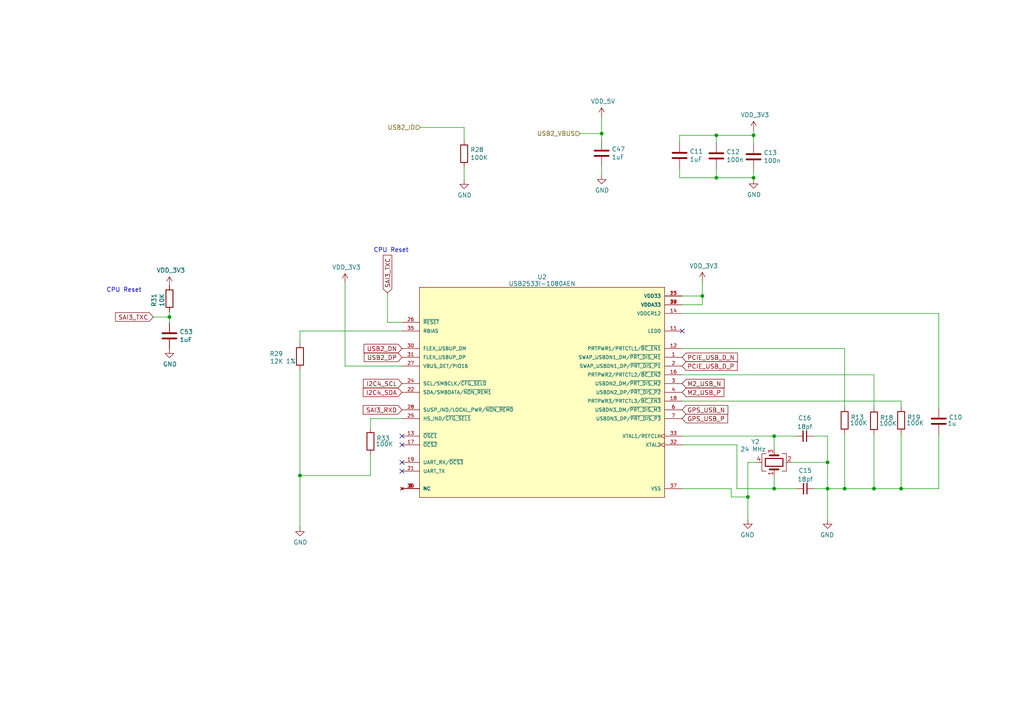
<source format=kicad_sch>
(kicad_sch (version 20230121) (generator eeschema)
  (paper "A4")
  (lib_symbols
    (symbol "Device:C" (pin_numbers hide) (pin_names (offset 0.254))
      (property "Reference" "C" (at 0.635 2.54 0))
      (property "Value" "C" (at 0.635 -2.54 0))
      (symbol "C_0_1"
        (polyline (pts (xy -2.032 -0.762) (xy 2.032 -0.762)) (stroke (width 0.508)))
        (polyline (pts (xy -2.032 0.762) (xy 2.032 0.762)) (stroke (width 0.508)))
      )
      (symbol "C_1_1"
        (pin passive line (at 0 3.81 270) (length 2.794) (name "~") (number "1"))
        (pin passive line (at 0 -3.81 90) (length 2.794) (name "~") (number "2"))
      )
    )
    (symbol "Device:C_Small" (pin_numbers hide) (pin_names (offset 0.254) hide)
      (property "Reference" "C" (at 0.254 1.778 0))
      (property "Value" "C_Small" (at 0.254 -2.032 0))
      (symbol "C_Small_0_1"
        (polyline (pts (xy -1.524 -0.508) (xy 1.524 -0.508)) (stroke (width 0.3302)))
        (polyline (pts (xy -1.524 0.508) (xy 1.524 0.508)) (stroke (width 0.3048)))
      )
      (symbol "C_Small_1_1"
        (pin passive line (at 0 2.54 270) (length 2.032) (name "~") (number "1"))
        (pin passive line (at 0 -2.54 90) (length 2.032) (name "~") (number "2"))
      )
    )
    (symbol "Device:Crystal_GND24" (pin_names (offset 1.016) hide)
      (property "Reference" "Y" (at 3.175 5.08 0))
      (property "Value" "Crystal_GND24" (at 3.175 3.175 0))
      (symbol "Crystal_GND24_0_1"
        (rectangle (start -1.143 2.54) (end 1.143 -2.54) (stroke (width 0.3048)))
        (polyline (pts (xy -2.54 0) (xy -2.032 0)))
        (polyline (pts (xy -2.032 -1.27) (xy -2.032 1.27)) (stroke (width 0.508)))
        (polyline (pts (xy 0 -3.81) (xy 0 -3.556)))
        (polyline (pts (xy 0 3.556) (xy 0 3.81)))
        (polyline (pts (xy 2.032 -1.27) (xy 2.032 1.27)) (stroke (width 0.508)))
        (polyline (pts (xy 2.032 0) (xy 2.54 0)))
        (polyline (pts (xy -2.54 -2.286) (xy -2.54 -3.556) (xy 2.54 -3.556) (xy 2.54 -2.286)))
        (polyline (pts (xy -2.54 2.286) (xy -2.54 3.556) (xy 2.54 3.556) (xy 2.54 2.286)))
      )
      (symbol "Crystal_GND24_1_1"
        (pin passive line (at -3.81 0 0) (length 1.27) (name "1") (number "1"))
        (pin passive line (at 0 5.08 270) (length 1.27) (name "2") (number "2"))
        (pin passive line (at 3.81 0 180) (length 1.27) (name "3") (number "3"))
        (pin passive line (at 0 -5.08 90) (length 1.27) (name "4") (number "4"))
      )
    )
    (symbol "Device:R" (pin_numbers hide) (pin_names (offset 0))
      (property "Reference" "R" (at 2.032 0 90))
      (property "Value" "R" (at 0 0 90))
      (symbol "R_0_1"
        (rectangle (start -1.016 -2.54) (end 1.016 2.54) (stroke (width 0.254)))
      )
      (symbol "R_1_1"
        (pin passive line (at 0 3.81 270) (length 1.27) (name "~") (number "1"))
        (pin passive line (at 0 -3.81 90) (length 1.27) (name "~") (number "2"))
      )
    )
    (symbol "New_Library:USB2533I-1080AEN_1" (pin_names (offset 1.016))
      (property "Reference" "U1" (at 0 33.4391 0))
      (property "Value" "USB2533I-1080AEN" (at 0 31.5181 0))
      (symbol "USB2533I-1080AEN_1_0_0"
        (rectangle (start -35.56 -30.48) (end 35.56 30.48) (stroke (width 0.1524)) (fill (type background)))
        (pin bidirectional line (at 40.64 10.16 180) (length 5.08) (name "SWAP_USBDN1_DM/~{PRT_DIS_M1}") (number "1"))
        (pin power_in line (at 40.64 25.4 180) (length 5.08) (name "VDDA33") (number "10"))
        (pin output line (at 40.64 17.78 180) (length 5.08) (name "LED0") (number "11"))
        (pin bidirectional line (at 40.64 12.7 180) (length 5.08) (name "PRTPWR1/PRTCTL1/~{BC_EN1}") (number "12"))
        (pin input line (at -40.64 -12.7 0) (length 5.08) (name "~{OSC1}") (number "13"))
        (pin power_in line (at 40.64 22.86 180) (length 5.08) (name "VDDCR12") (number "14"))
        (pin power_in line (at 40.64 27.94 180) (length 5.08) (name "VDD33") (number "15"))
        (pin bidirectional line (at 40.64 5.08 180) (length 5.08) (name "PRTPWR2/PRTCTL2/~{BC_EN2}") (number "16"))
        (pin input line (at -40.64 -15.24 0) (length 5.08) (name "~{OCS2}") (number "17"))
        (pin bidirectional line (at 40.64 -2.54 180) (length 5.08) (name "PRTPWR3/PRTCTL3/~{BC_EN3}") (number "18"))
        (pin input line (at -40.64 -20.32 0) (length 5.08) (name "UART_RX/~{OCS3}") (number "19"))
        (pin bidirectional line (at 40.64 7.62 180) (length 5.08) (name "SWAP_USBDN1_DP/~{PRT_DIS_P1}") (number "2"))
        (pin no_connect line (at -40.64 -27.94 0) (length 5.08) (name "NC") (number "20"))
        (pin output line (at -40.64 -22.86 0) (length 5.08) (name "UART_TX") (number "21"))
        (pin bidirectional line (at -40.64 0 0) (length 5.08) (name "SDA/SMBDATA/~{NON_REM1}") (number "22"))
        (pin power_in line (at 40.64 27.94 180) (length 5.08) (name "VDD33") (number "23"))
        (pin input line (at -40.64 2.54 0) (length 5.08) (name "SCL/SMBCLK/~{CFG_SEL0}") (number "24"))
        (pin bidirectional line (at -40.64 -7.62 0) (length 5.08) (name "HS_IND/~{CFG_SEL1}") (number "25"))
        (pin input line (at -40.64 20.32 0) (length 5.08) (name "~{RESET}") (number "26"))
        (pin bidirectional line (at -40.64 7.62 0) (length 5.08) (name "VBUS_DET/PIO16") (number "27"))
        (pin bidirectional line (at -40.64 -5.08 0) (length 5.08) (name "SUSP_IND/LOCAL_PWR/~{NON_REM0}") (number "28"))
        (pin power_in line (at 40.64 25.4 180) (length 5.08) (name "VDDA33") (number "29"))
        (pin bidirectional line (at 40.64 2.54 180) (length 5.08) (name "USBDN2_DM/~{PRT_DIS_M2}") (number "3"))
        (pin bidirectional line (at -40.64 12.7 0) (length 5.08) (name "FLEX_USBUP_DM") (number "30"))
        (pin bidirectional line (at -40.64 10.16 0) (length 5.08) (name "FLEX_USBUP_DP") (number "31"))
        (pin output clock (at 40.64 -15.24 180) (length 5.08) (name "XTAL2") (number "32"))
        (pin input clock (at 40.64 -12.7 180) (length 5.08) (name "XTAL1/REFCLK") (number "33"))
        (pin no_connect line (at -40.64 -27.94 0) (length 5.08) (name "NC") (number "34"))
        (pin input line (at -40.64 17.78 0) (length 5.08) (name "RBIAS") (number "35"))
        (pin power_in line (at 40.64 25.4 180) (length 5.08) (name "VDDA33") (number "36"))
        (pin power_in line (at 40.64 -27.94 180) (length 5.08) (name "VSS") (number "37"))
        (pin bidirectional line (at 40.64 0 180) (length 5.08) (name "USBDN2_DP/~{PRT_DIS_P2}") (number "4"))
        (pin no_connect line (at -40.64 -27.94 0) (length 5.08) (name "NC") (number "5"))
        (pin bidirectional line (at 40.64 -5.08 180) (length 5.08) (name "USBDN3_DM/~{PRT_DIS_M3}") (number "6"))
        (pin bidirectional line (at 40.64 -7.62 180) (length 5.08) (name "USBDN3_DP/~{PRT_DIS_P3}") (number "7"))
        (pin no_connect line (at -40.64 -27.94 0) (length 5.08) (name "NC") (number "8"))
        (pin no_connect line (at -40.64 -27.94 0) (length 5.08) (name "NC") (number "9"))
      )
    )
    (symbol "kimchi_ulid:VDD_3V3" (power) (pin_names (offset 0))
      (property "Value" "VDD_3V3" (at 0 3.556 0))
      (symbol "VDD_3V3_0_1"
        (polyline (pts (xy -0.762 1.27) (xy 0 2.54)))
        (polyline (pts (xy 0 0) (xy 0 2.54)))
        (polyline (pts (xy 0 2.54) (xy 0.762 1.27)))
      )
      (symbol "VDD_3V3_1_1"
        (pin power_in line (at 0 0 90) (length 0) hide (name "VDD_3V3") (number "1"))
      )
    )
    (symbol "kimchi_ulid:VDD_5V" (power) (pin_names (offset 0))
      (property "Value" "VDD_5V" (at 0 3.556 0))
      (symbol "VDD_5V_0_1"
        (polyline (pts (xy -0.762 1.27) (xy 0 2.54)))
        (polyline (pts (xy 0 0) (xy 0 2.54)))
        (polyline (pts (xy 0 2.54) (xy 0.762 1.27)))
      )
      (symbol "VDD_5V_1_1"
        (pin power_in line (at 0 0 90) (length 0) hide (name "VDD_5V") (number "1"))
      )
    )
    (symbol "power:GND" (power) (pin_names (offset 0))
      (property "Value" "GND" (at 0 -3.81 0))
      (symbol "GND_0_1"
        (polyline (pts (xy 0 0) (xy 0 -1.27) (xy 1.27 -1.27) (xy 0 -2.54) (xy -1.27 -1.27) (xy 0 -1.27)))
      )
      (symbol "GND_1_1"
        (pin power_in line (at 0 0 270) (length 0) hide (name "GND") (number "1"))
      )
    )
  )
  (junction (at 224.536 141.732))
  (junction (at 253.492 141.732))
  (junction (at 86.995 137.922))
  (junction (at 240.03 141.732))
  (junction (at 240.03 134.112))
  (junction (at 49.149 91.948))
  (junction (at 244.983 141.732))
  (junction (at 261.366 141.732))
  (junction (at 224.536 126.492))
  (junction (at 207.772 51.562))
  (junction (at 207.772 39.243))
  (junction (at 218.567 51.562))
  (junction (at 203.708 85.852))
  (junction (at 218.567 39.243))
  (junction (at 174.498 38.735))
  (junction (at 216.916 144.145))
  (no_connect (at 197.866 96.012))
  (no_connect (at 116.586 126.492))
  (no_connect (at 116.586 129.032))
  (no_connect (at 116.586 136.652))
  (no_connect (at 116.586 134.112))
  (wire (pts (xy 197.866 141.732) (xy 212.09 141.732)))
  (wire (pts (xy 224.536 137.922) (xy 224.536 141.732)))
  (wire (pts (xy 207.772 49.022) (xy 207.772 51.562)))
  (wire (pts (xy 107.442 121.412) (xy 107.442 124.206)))
  (wire (pts (xy 261.366 125.73) (xy 261.366 141.732)))
  (wire (pts (xy 244.983 101.092) (xy 244.983 118.11)))
  (wire (pts (xy 86.995 137.922) (xy 107.442 137.922)))
  (wire (pts (xy 216.916 134.112) (xy 219.456 134.112)))
  (wire (pts (xy 253.492 141.732) (xy 244.983 141.732)))
  (wire (pts (xy 213.741 141.732) (xy 224.536 141.732)))
  (wire (pts (xy 244.983 141.732) (xy 240.03 141.732)))
  (wire (pts (xy 203.708 88.392) (xy 203.708 85.852)))
  (wire (pts (xy 213.741 129.032) (xy 213.741 141.732)))
  (wire (pts (xy 168.275 38.735) (xy 174.498 38.735)))
  (wire (pts (xy 197.866 88.392) (xy 203.708 88.392)))
  (wire (pts (xy 86.995 96.012) (xy 86.995 99.568)))
  (wire (pts (xy 112.395 93.472) (xy 116.586 93.472)))
  (wire (pts (xy 174.498 38.735) (xy 174.498 40.64)))
  (wire (pts (xy 218.567 37.719) (xy 218.567 39.243)))
  (wire (pts (xy 240.03 134.112) (xy 240.03 141.732)))
  (wire (pts (xy 216.916 134.112) (xy 216.916 144.145)))
  (wire (pts (xy 212.09 141.732) (xy 212.09 144.145)))
  (wire (pts (xy 100.076 81.915) (xy 100.076 106.172)))
  (wire (pts (xy 240.03 141.732) (xy 236.093 141.732)))
  (wire (pts (xy 240.03 141.732) (xy 240.03 150.749)))
  (wire (pts (xy 224.536 126.492) (xy 197.866 126.492)))
  (wire (pts (xy 235.966 126.492) (xy 240.03 126.492)))
  (wire (pts (xy 261.366 116.332) (xy 261.366 118.11)))
  (wire (pts (xy 86.995 107.188) (xy 86.995 137.922)))
  (wire (pts (xy 134.62 36.957) (xy 121.92 36.957)))
  (wire (pts (xy 261.366 141.732) (xy 253.492 141.732)))
  (wire (pts (xy 134.62 48.387) (xy 134.62 52.197)))
  (wire (pts (xy 218.567 51.562) (xy 218.567 52.07)))
  (wire (pts (xy 86.995 137.922) (xy 86.995 152.908)))
  (wire (pts (xy 240.03 126.492) (xy 240.03 134.112)))
  (wire (pts (xy 134.62 40.767) (xy 134.62 36.957)))
  (wire (pts (xy 197.866 116.332) (xy 261.366 116.332)))
  (wire (pts (xy 174.498 33.782) (xy 174.498 38.735)))
  (wire (pts (xy 49.149 90.424) (xy 49.149 91.948)))
  (wire (pts (xy 218.567 49.276) (xy 218.567 51.562)))
  (wire (pts (xy 174.498 50.8) (xy 174.498 48.26)))
  (wire (pts (xy 197.104 39.243) (xy 207.772 39.243)))
  (wire (pts (xy 272.288 141.732) (xy 261.366 141.732)))
  (wire (pts (xy 197.104 51.562) (xy 207.772 51.562)))
  (wire (pts (xy 218.567 39.243) (xy 218.567 41.656)))
  (wire (pts (xy 197.104 48.895) (xy 197.104 51.562)))
  (wire (pts (xy 49.149 91.948) (xy 49.149 93.599)))
  (wire (pts (xy 112.395 84.963) (xy 112.395 93.472)))
  (wire (pts (xy 212.09 144.145) (xy 216.916 144.145)))
  (wire (pts (xy 253.492 125.857) (xy 253.492 141.732)))
  (wire (pts (xy 197.866 85.852) (xy 203.708 85.852)))
  (wire (pts (xy 197.866 129.032) (xy 213.741 129.032)))
  (wire (pts (xy 107.442 121.412) (xy 116.586 121.412)))
  (wire (pts (xy 240.03 134.112) (xy 229.616 134.112)))
  (wire (pts (xy 216.916 144.145) (xy 216.916 150.749)))
  (wire (pts (xy 224.536 141.732) (xy 231.013 141.732)))
  (wire (pts (xy 207.772 51.562) (xy 218.567 51.562)))
  (wire (pts (xy 203.708 85.852) (xy 203.708 81.534)))
  (wire (pts (xy 197.866 101.092) (xy 244.983 101.092)))
  (wire (pts (xy 44.45 91.948) (xy 49.149 91.948)))
  (wire (pts (xy 230.886 126.492) (xy 224.536 126.492)))
  (wire (pts (xy 197.104 41.275) (xy 197.104 39.243)))
  (wire (pts (xy 86.995 96.012) (xy 116.586 96.012)))
  (wire (pts (xy 224.536 126.492) (xy 224.536 130.302)))
  (wire (pts (xy 207.772 39.243) (xy 207.772 41.402)))
  (wire (pts (xy 197.866 108.712) (xy 253.492 108.712)))
  (wire (pts (xy 100.076 106.172) (xy 116.586 106.172)))
  (wire (pts (xy 272.288 125.984) (xy 272.288 141.732)))
  (wire (pts (xy 107.442 131.826) (xy 107.442 137.922)))
  (wire (pts (xy 207.772 39.243) (xy 218.567 39.243)))
  (wire (pts (xy 244.983 125.73) (xy 244.983 141.732)))
  (wire (pts (xy 197.866 90.932) (xy 272.288 90.932)))
  (wire (pts (xy 253.492 108.712) (xy 253.492 118.237)))
  (wire (pts (xy 272.288 90.932) (xy 272.288 118.364)))
  (text "CPU Reset" (at 30.861 84.963 0) (effects (font (size 1.27 1.27)) (justify left bottom)))
  (text "CPU Reset" (at 108.331 73.406 0) (effects (font (size 1.27 1.27)) (justify left bottom)))
  (global_label "PCIE_USB_D_P" (shape input) (at 197.866 106.172 0) (property "Intersheetrefs" "${INTERSHEET_REFS}" (effects hide)))
  (global_label "M2_USB_P" (shape input) (at 197.866 113.792 0) (property "Intersheetrefs" "${INTERSHEET_REFS}" (effects hide)))
  (global_label "I2C4_SDA" (shape input) (at 116.586 113.792 180) (property "Intersheetrefs" "${INTERSHEET_REFS}" (effects hide)))
  (global_label "GPS_USB_N" (shape input) (at 197.866 118.872 0) (property "Intersheetrefs" "${INTERSHEET_REFS}" (effects hide)))
  (global_label "SAI3_TXC" (shape input) (at 112.395 84.963 90) (property "Intersheetrefs" "${INTERSHEET_REFS}" (effects hide)))
  (global_label "USB2_DP" (shape input) (at 116.586 103.632 180) (property "Intersheetrefs" "${INTERSHEET_REFS}" (effects hide)))
  (global_label "PCIE_USB_D_N" (shape input) (at 197.866 103.632 0) (property "Intersheetrefs" "${INTERSHEET_REFS}" (effects hide)))
  (global_label "I2C4_SCL" (shape input) (at 116.586 111.252 180) (property "Intersheetrefs" "${INTERSHEET_REFS}" (effects hide)))
  (global_label "GPS_USB_P" (shape input) (at 197.866 121.412 0) (property "Intersheetrefs" "${INTERSHEET_REFS}" (effects hide)))
  (global_label "M2_USB_N" (shape input) (at 197.866 111.252 0) (property "Intersheetrefs" "${INTERSHEET_REFS}" (effects hide)))
  (global_label "SAI3_TXC" (shape input) (at 44.45 91.948 180) (property "Intersheetrefs" "${INTERSHEET_REFS}" (effects hide)))
  (global_label "SAI3_RXD" (shape input) (at 116.586 118.872 180) (property "Intersheetrefs" "${INTERSHEET_REFS}" (effects hide)))
  (global_label "USB2_DN" (shape input) (at 116.586 101.092 180) (property "Intersheetrefs" "${INTERSHEET_REFS}" (effects hide)))
  (hierarchical_label "USB2_VBUS" (shape input) (at 168.275 38.735 180))
  (hierarchical_label "USB2_ID" (shape input) (at 121.92 36.957 180))
  (symbol (lib_id "Device:R") (at 107.442 128.016 180) (unit 1)
    (property "Reference" "R33" (at 111.125 127.127 0))
    (property "Value" "100K" (at 111.506 128.778 0))
    (property "Footprint" "Resistor_SMD:R_0402_1005Metric" (effects hide))
    (property "Vendorpart" "311-100KLRCT-ND" (effects hide))
    (property "Mfgr" "Yageo" (effects hide))
    (property "Mfgrpart" "RC0402FR-07100KL" (effects hide))
  )
  (symbol (lib_id "power:GND") (at 240.03 150.749 0) (mirror y) (unit 1)
    (property "Reference" "#PWR0103" (effects hide))
    (property "Value" "GND" (at 239.903 155.1432 0))
  )
  (symbol (lib_id "Device:R") (at 261.366 121.92 180) (unit 1)
    (property "Reference" "R19" (at 265.049 121.031 0))
    (property "Value" "100K" (at 265.43 122.682 0))
    (property "Footprint" "Resistor_SMD:R_0402_1005Metric" (effects hide))
    (property "Vendorpart" "311-100KLRCT-ND" (effects hide))
    (property "Mfgr" "Yageo" (effects hide))
    (property "Mfgrpart" "RC0402FR-07100KL" (effects hide))
  )
  (symbol (lib_id "Device:Crystal_GND24") (at 224.536 134.112 270) (mirror x) (unit 1)
    (property "Reference" "Y2" (at 219.075 128.143 90))
    (property "Value" "24 MHz" (at 218.44 130.302 90))
    (property "Footprint" "Crystal:Crystal_SMD_2016-4Pin_2.0x1.6mm" (effects hide))
  )
  (symbol (lib_id "Device:C") (at 174.498 44.45 0) (unit 1)
    (property "Reference" "C47" (at 177.419 43.2816 0) (effects (justify left)))
    (property "Value" "1uF" (at 177.419 45.593 0) (effects (justify left)))
    (property "Footprint" "Capacitor_SMD:C_0402_1005Metric" (effects hide))
    (property "Vendorpart" "490-12699-1-ND" (effects hide))
    (property "Mfgr" "Murata" (effects hide))
    (property "Mfgrpart" "GRM155C81A105KA12D" (effects hide))
  )
  (symbol (lib_id "Device:C") (at 49.149 97.409 180) (unit 1)
    (property "Reference" "C53" (at 52.07 96.2406 0) (effects (justify right)))
    (property "Value" "1uF" (at 52.07 98.552 0) (effects (justify right)))
    (property "Footprint" "Capacitor_SMD:C_0402_1005Metric" (effects hide))
    (property "Vendorpart" "490-13341-1-ND" (effects hide))
    (property "Mfgr" "Murata" (effects hide))
    (property "Mfgrpart" "GRM155R71E104ME14D" (effects hide))
  )
  (symbol (lib_id "kimchi_ulid:VDD_3V3") (at 49.149 82.804 0) (unit 1)
    (property "Reference" "#PWR089" (effects hide))
    (property "Value" "VDD_3V3" (at 49.53 78.4098 0))
  )
  (symbol (lib_id "power:GND") (at 174.498 50.8 0) (unit 1)
    (property "Reference" "#PWR0114" (effects hide))
    (property "Value" "GND" (at 174.625 55.1942 0))
  )
  (symbol (lib_id "power:GND") (at 49.149 101.219 0) (unit 1)
    (property "Reference" "#PWR086" (effects hide))
    (property "Value" "GND" (at 49.276 105.6132 0))
  )
  (symbol (lib_id "kimchi_ulid:VDD_5V") (at 174.498 33.782 0) (unit 1)
    (property "Reference" "#PWR0112" (effects hide))
    (property "Value" "VDD_5V" (at 174.879 29.3878 0))
  )
  (symbol (lib_id "Device:C") (at 207.772 45.212 0) (unit 1)
    (property "Reference" "C12" (at 210.693 44.0436 0) (effects (justify left)))
    (property "Value" "100n" (at 210.693 46.355 0) (effects (justify left)))
    (property "Footprint" "Capacitor_SMD:C_0402_1005Metric" (effects hide))
    (property "Vendorpart" "490-12699-1-ND" (effects hide))
    (property "Mfgr" "Murata" (effects hide))
    (property "Mfgrpart" "GRM155C81A105KA12D" (effects hide))
  )
  (symbol (lib_id "power:GND") (at 86.995 152.908 0) (unit 1)
    (property "Reference" "#PWR044" (effects hide))
    (property "Value" "GND" (at 87.122 157.3022 0))
  )
  (symbol (lib_id "power:GND") (at 134.62 52.197 0) (unit 1)
    (property "Reference" "#PWR0113" (effects hide))
    (property "Value" "GND" (at 134.747 56.5912 0))
  )
  (symbol (lib_id "kimchi_ulid:VDD_3V3") (at 100.076 81.915 0) (unit 1)
    (property "Reference" "#PWR0115" (effects hide))
    (property "Value" "VDD_3V3" (at 100.457 77.5208 0))
  )
  (symbol (lib_id "Device:C_Small") (at 233.426 126.492 270) (mirror x) (unit 1)
    (property "Reference" "C16" (at 233.4197 121.2301 90))
    (property "Value" "18pf" (at 233.4197 123.767 90))
    (property "Footprint" "Capacitor_SMD:C_0402_1005Metric" (effects hide))
  )
  (symbol (lib_id "power:GND") (at 218.567 52.07 0) (unit 1)
    (property "Reference" "#PWR042" (effects hide))
    (property "Value" "GND" (at 218.694 56.4642 0))
  )
  (symbol (lib_id "Device:C") (at 272.288 122.174 180) (unit 1)
    (property "Reference" "C10" (at 275.209 121.031 0) (effects (justify right)))
    (property "Value" "1u" (at 274.828 122.809 0) (effects (justify right)))
    (property "Footprint" "Capacitor_SMD:C_0402_1005Metric" (effects hide))
    (property "Vendorpart" "490-13341-1-ND" (effects hide))
    (property "Mfgr" "Murata" (effects hide))
    (property "Mfgrpart" "GRM155R71E104ME14D" (effects hide))
  )
  (symbol (lib_id "Device:C") (at 218.567 45.466 0) (unit 1)
    (property "Reference" "C13" (at 221.488 44.2976 0) (effects (justify left)))
    (property "Value" "100n" (at 221.488 46.609 0) (effects (justify left)))
    (property "Footprint" "Capacitor_SMD:C_0402_1005Metric" (effects hide))
    (property "Vendorpart" "490-12699-1-ND" (effects hide))
    (property "Mfgr" "Murata" (effects hide))
    (property "Mfgrpart" "GRM155C81A105KA12D" (effects hide))
  )
  (symbol (lib_id "Device:R") (at 49.149 86.614 0) (unit 1)
    (property "Reference" "R31" (at 44.6786 85.09 90) (effects (justify right)))
    (property "Value" "10K" (at 46.99 85.09 90) (effects (justify right)))
    (property "Footprint" "Resistor_SMD:R_0402_1005Metric" (effects hide))
    (property "Vendorpart" "311-100KLRCT-ND" (effects hide))
    (property "Mfgr" "Yageo" (effects hide))
    (property "Mfgrpart" "RC0402FR-07100KL" (effects hide))
  )
  (symbol (lib_id "Device:R") (at 134.62 44.577 180) (unit 1)
    (property "Reference" "R28" (at 136.398 43.4086 0) (effects (justify right)))
    (property "Value" "100K" (at 136.398 45.72 0) (effects (justify right)))
    (property "Footprint" "Resistor_SMD:R_0402_1005Metric" (effects hide))
    (property "Vendorpart" "311-100KLRCT-ND" (effects hide))
    (property "Mfgr" "Yageo" (effects hide))
    (property "Mfgrpart" "RC0402FR-07100KL" (effects hide))
  )
  (symbol (lib_id "power:GND") (at 216.916 150.749 0) (mirror y) (unit 1)
    (property "Reference" "#PWR0102" (effects hide))
    (property "Value" "GND" (at 216.789 155.1432 0))
  )
  (symbol (lib_id "kimchi_ulid:VDD_3V3") (at 203.708 81.534 0) (unit 1)
    (property "Reference" "#PWR041" (effects hide))
    (property "Value" "VDD_3V3" (at 204.089 77.1398 0))
  )
  (symbol (lib_id "Device:R") (at 244.983 121.92 180) (unit 1)
    (property "Reference" "R13" (at 248.666 121.031 0))
    (property "Value" "100K" (at 249.047 122.682 0))
    (property "Footprint" "Resistor_SMD:R_0402_1005Metric" (effects hide))
    (property "Vendorpart" "311-100KLRCT-ND" (effects hide))
    (property "Mfgr" "Yageo" (effects hide))
    (property "Mfgrpart" "RC0402FR-07100KL" (effects hide))
  )
  (symbol (lib_id "Device:C_Small") (at 233.553 141.732 270) (mirror x) (unit 1)
    (property "Reference" "C15" (at 233.5467 136.4701 90))
    (property "Value" "18pf" (at 233.5467 139.007 90))
    (property "Footprint" "Capacitor_SMD:C_0402_1005Metric" (effects hide))
  )
  (symbol (lib_id "kimchi_ulid:VDD_3V3") (at 218.567 37.719 0) (unit 1)
    (property "Reference" "#PWR043" (effects hide))
    (property "Value" "VDD_3V3" (at 218.948 33.3248 0))
  )
  (symbol (lib_id "Device:C") (at 197.104 45.085 0) (unit 1)
    (property "Reference" "C11" (at 200.025 43.9166 0) (effects (justify left)))
    (property "Value" "1uF" (at 200.025 46.228 0) (effects (justify left)))
    (property "Footprint" "Capacitor_SMD:C_0402_1005Metric" (effects hide))
    (property "Vendorpart" "490-12699-1-ND" (effects hide))
    (property "Mfgr" "Murata" (effects hide))
    (property "Mfgrpart" "GRM155C81A105KA12D" (effects hide))
  )
  (symbol (lib_id "Device:R") (at 253.492 122.047 180) (unit 1)
    (property "Reference" "R18" (at 257.175 121.158 0))
    (property "Value" "100K" (at 257.556 122.809 0))
    (property "Footprint" "Resistor_SMD:R_0402_1005Metric" (effects hide))
    (property "Vendorpart" "311-100KLRCT-ND" (effects hide))
    (property "Mfgr" "Yageo" (effects hide))
    (property "Mfgrpart" "RC0402FR-07100KL" (effects hide))
  )
  (symbol (lib_id "Device:R") (at 86.995 103.378 180) (unit 1)
    (property "Reference" "R29" (at 80.137 102.616 0))
    (property "Value" "12K 1%" (at 82.042 104.775 0))
    (property "Footprint" "Resistor_SMD:R_0402_1005Metric" (effects hide))
    (property "Vendorpart" "311-12.0KLRCT-ND" (effects hide))
    (property "Mfgr" "Yageo" (effects hide))
    (property "Mfgrpart" "RC0402FR-0712KL" (effects hide))
  )
  (symbol (lib_id "New_Library:USB2533I-1080AEN_1") (at 157.226 113.792 0) (unit 1)
    (property "Reference" "U2" (at 157.226 80.3529 0))
    (property "Value" "USB2533I-1080AEN" (at 157.226 82.2739 0))
    (property "Footprint" "drone-control:QFN50P600X600X100-37N" (effects hide))
    (property "MAXIMUM_PACKAGE_HEIGHT" "1mm" (effects hide))
    (property "SNAPEDA_PN" "USB2533I-1080AEN" (effects hide))
    (property "PARTREV" "DS00001702C" (effects hide))
    (property "STANDARD" "IPC-7351B" (effects hide))
    (property "MANUFACTURER" "Microchip" (effects hide))
  )
)
</source>
